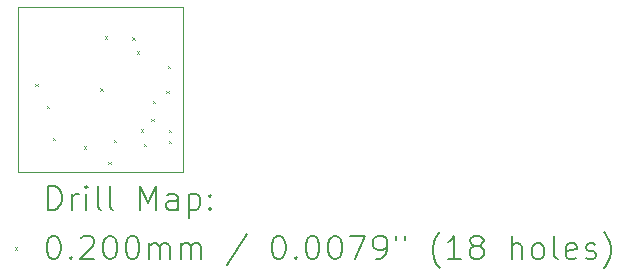
<source format=gbr>
%TF.GenerationSoftware,KiCad,Pcbnew,7.0.6*%
%TF.CreationDate,2024-02-16T19:59:31+01:00*%
%TF.ProjectId,minitari,6d696e69-7461-4726-992e-6b696361645f,rev?*%
%TF.SameCoordinates,Original*%
%TF.FileFunction,Drillmap*%
%TF.FilePolarity,Positive*%
%FSLAX45Y45*%
G04 Gerber Fmt 4.5, Leading zero omitted, Abs format (unit mm)*
G04 Created by KiCad (PCBNEW 7.0.6) date 2024-02-16 19:59:31*
%MOMM*%
%LPD*%
G01*
G04 APERTURE LIST*
%ADD10C,0.100000*%
%ADD11C,0.200000*%
%ADD12C,0.020000*%
G04 APERTURE END LIST*
D10*
X11234298Y-6440000D02*
X12634298Y-6440000D01*
X12634298Y-7840000D01*
X11234298Y-7840000D01*
X11234298Y-6440000D01*
D11*
D12*
X11380000Y-7090000D02*
X11400000Y-7110000D01*
X11400000Y-7090000D02*
X11380000Y-7110000D01*
X11480000Y-7280000D02*
X11500000Y-7300000D01*
X11500000Y-7280000D02*
X11480000Y-7300000D01*
X11530000Y-7550000D02*
X11550000Y-7570000D01*
X11550000Y-7550000D02*
X11530000Y-7570000D01*
X11790000Y-7620000D02*
X11810000Y-7640000D01*
X11810000Y-7620000D02*
X11790000Y-7640000D01*
X11930000Y-7130000D02*
X11950000Y-7150000D01*
X11950000Y-7130000D02*
X11930000Y-7150000D01*
X11970000Y-6690000D02*
X11990000Y-6710000D01*
X11990000Y-6690000D02*
X11970000Y-6710000D01*
X12000000Y-7750000D02*
X12020000Y-7770000D01*
X12020000Y-7750000D02*
X12000000Y-7770000D01*
X12045807Y-7565807D02*
X12065807Y-7585807D01*
X12065807Y-7565807D02*
X12045807Y-7585807D01*
X12202399Y-6696972D02*
X12222399Y-6716972D01*
X12222399Y-6696972D02*
X12202399Y-6716972D01*
X12240000Y-6817550D02*
X12260000Y-6837550D01*
X12260000Y-6817550D02*
X12240000Y-6837550D01*
X12276482Y-7476482D02*
X12296482Y-7496482D01*
X12296482Y-7476482D02*
X12276482Y-7496482D01*
X12300000Y-7600000D02*
X12320000Y-7620000D01*
X12320000Y-7600000D02*
X12300000Y-7620000D01*
X12361615Y-7390111D02*
X12381615Y-7410111D01*
X12381615Y-7390111D02*
X12361615Y-7410111D01*
X12377010Y-7234664D02*
X12397010Y-7254664D01*
X12397010Y-7234664D02*
X12377010Y-7254664D01*
X12490000Y-7150000D02*
X12510000Y-7170000D01*
X12510000Y-7150000D02*
X12490000Y-7170000D01*
X12501000Y-6940000D02*
X12521000Y-6960000D01*
X12521000Y-6940000D02*
X12501000Y-6960000D01*
X12510000Y-7480000D02*
X12530000Y-7500000D01*
X12530000Y-7480000D02*
X12510000Y-7500000D01*
X12510050Y-7576354D02*
X12530050Y-7596354D01*
X12530050Y-7576354D02*
X12510050Y-7596354D01*
D11*
X11490074Y-8156484D02*
X11490074Y-7956484D01*
X11490074Y-7956484D02*
X11537693Y-7956484D01*
X11537693Y-7956484D02*
X11566265Y-7966008D01*
X11566265Y-7966008D02*
X11585312Y-7985055D01*
X11585312Y-7985055D02*
X11594836Y-8004103D01*
X11594836Y-8004103D02*
X11604360Y-8042198D01*
X11604360Y-8042198D02*
X11604360Y-8070769D01*
X11604360Y-8070769D02*
X11594836Y-8108865D01*
X11594836Y-8108865D02*
X11585312Y-8127912D01*
X11585312Y-8127912D02*
X11566265Y-8146960D01*
X11566265Y-8146960D02*
X11537693Y-8156484D01*
X11537693Y-8156484D02*
X11490074Y-8156484D01*
X11690074Y-8156484D02*
X11690074Y-8023150D01*
X11690074Y-8061246D02*
X11699598Y-8042198D01*
X11699598Y-8042198D02*
X11709122Y-8032674D01*
X11709122Y-8032674D02*
X11728170Y-8023150D01*
X11728170Y-8023150D02*
X11747217Y-8023150D01*
X11813884Y-8156484D02*
X11813884Y-8023150D01*
X11813884Y-7956484D02*
X11804360Y-7966008D01*
X11804360Y-7966008D02*
X11813884Y-7975531D01*
X11813884Y-7975531D02*
X11823408Y-7966008D01*
X11823408Y-7966008D02*
X11813884Y-7956484D01*
X11813884Y-7956484D02*
X11813884Y-7975531D01*
X11937693Y-8156484D02*
X11918646Y-8146960D01*
X11918646Y-8146960D02*
X11909122Y-8127912D01*
X11909122Y-8127912D02*
X11909122Y-7956484D01*
X12042455Y-8156484D02*
X12023408Y-8146960D01*
X12023408Y-8146960D02*
X12013884Y-8127912D01*
X12013884Y-8127912D02*
X12013884Y-7956484D01*
X12271027Y-8156484D02*
X12271027Y-7956484D01*
X12271027Y-7956484D02*
X12337693Y-8099341D01*
X12337693Y-8099341D02*
X12404360Y-7956484D01*
X12404360Y-7956484D02*
X12404360Y-8156484D01*
X12585312Y-8156484D02*
X12585312Y-8051722D01*
X12585312Y-8051722D02*
X12575789Y-8032674D01*
X12575789Y-8032674D02*
X12556741Y-8023150D01*
X12556741Y-8023150D02*
X12518646Y-8023150D01*
X12518646Y-8023150D02*
X12499598Y-8032674D01*
X12585312Y-8146960D02*
X12566265Y-8156484D01*
X12566265Y-8156484D02*
X12518646Y-8156484D01*
X12518646Y-8156484D02*
X12499598Y-8146960D01*
X12499598Y-8146960D02*
X12490074Y-8127912D01*
X12490074Y-8127912D02*
X12490074Y-8108865D01*
X12490074Y-8108865D02*
X12499598Y-8089817D01*
X12499598Y-8089817D02*
X12518646Y-8080293D01*
X12518646Y-8080293D02*
X12566265Y-8080293D01*
X12566265Y-8080293D02*
X12585312Y-8070769D01*
X12680551Y-8023150D02*
X12680551Y-8223150D01*
X12680551Y-8032674D02*
X12699598Y-8023150D01*
X12699598Y-8023150D02*
X12737693Y-8023150D01*
X12737693Y-8023150D02*
X12756741Y-8032674D01*
X12756741Y-8032674D02*
X12766265Y-8042198D01*
X12766265Y-8042198D02*
X12775789Y-8061246D01*
X12775789Y-8061246D02*
X12775789Y-8118388D01*
X12775789Y-8118388D02*
X12766265Y-8137436D01*
X12766265Y-8137436D02*
X12756741Y-8146960D01*
X12756741Y-8146960D02*
X12737693Y-8156484D01*
X12737693Y-8156484D02*
X12699598Y-8156484D01*
X12699598Y-8156484D02*
X12680551Y-8146960D01*
X12861503Y-8137436D02*
X12871027Y-8146960D01*
X12871027Y-8146960D02*
X12861503Y-8156484D01*
X12861503Y-8156484D02*
X12851979Y-8146960D01*
X12851979Y-8146960D02*
X12861503Y-8137436D01*
X12861503Y-8137436D02*
X12861503Y-8156484D01*
X12861503Y-8032674D02*
X12871027Y-8042198D01*
X12871027Y-8042198D02*
X12861503Y-8051722D01*
X12861503Y-8051722D02*
X12851979Y-8042198D01*
X12851979Y-8042198D02*
X12861503Y-8032674D01*
X12861503Y-8032674D02*
X12861503Y-8051722D01*
D12*
X11209298Y-8475000D02*
X11229298Y-8495000D01*
X11229298Y-8475000D02*
X11209298Y-8495000D01*
D11*
X11528170Y-8376484D02*
X11547217Y-8376484D01*
X11547217Y-8376484D02*
X11566265Y-8386008D01*
X11566265Y-8386008D02*
X11575789Y-8395531D01*
X11575789Y-8395531D02*
X11585312Y-8414579D01*
X11585312Y-8414579D02*
X11594836Y-8452674D01*
X11594836Y-8452674D02*
X11594836Y-8500293D01*
X11594836Y-8500293D02*
X11585312Y-8538389D01*
X11585312Y-8538389D02*
X11575789Y-8557436D01*
X11575789Y-8557436D02*
X11566265Y-8566960D01*
X11566265Y-8566960D02*
X11547217Y-8576484D01*
X11547217Y-8576484D02*
X11528170Y-8576484D01*
X11528170Y-8576484D02*
X11509122Y-8566960D01*
X11509122Y-8566960D02*
X11499598Y-8557436D01*
X11499598Y-8557436D02*
X11490074Y-8538389D01*
X11490074Y-8538389D02*
X11480551Y-8500293D01*
X11480551Y-8500293D02*
X11480551Y-8452674D01*
X11480551Y-8452674D02*
X11490074Y-8414579D01*
X11490074Y-8414579D02*
X11499598Y-8395531D01*
X11499598Y-8395531D02*
X11509122Y-8386008D01*
X11509122Y-8386008D02*
X11528170Y-8376484D01*
X11680551Y-8557436D02*
X11690074Y-8566960D01*
X11690074Y-8566960D02*
X11680551Y-8576484D01*
X11680551Y-8576484D02*
X11671027Y-8566960D01*
X11671027Y-8566960D02*
X11680551Y-8557436D01*
X11680551Y-8557436D02*
X11680551Y-8576484D01*
X11766265Y-8395531D02*
X11775789Y-8386008D01*
X11775789Y-8386008D02*
X11794836Y-8376484D01*
X11794836Y-8376484D02*
X11842455Y-8376484D01*
X11842455Y-8376484D02*
X11861503Y-8386008D01*
X11861503Y-8386008D02*
X11871027Y-8395531D01*
X11871027Y-8395531D02*
X11880551Y-8414579D01*
X11880551Y-8414579D02*
X11880551Y-8433627D01*
X11880551Y-8433627D02*
X11871027Y-8462198D01*
X11871027Y-8462198D02*
X11756741Y-8576484D01*
X11756741Y-8576484D02*
X11880551Y-8576484D01*
X12004360Y-8376484D02*
X12023408Y-8376484D01*
X12023408Y-8376484D02*
X12042455Y-8386008D01*
X12042455Y-8386008D02*
X12051979Y-8395531D01*
X12051979Y-8395531D02*
X12061503Y-8414579D01*
X12061503Y-8414579D02*
X12071027Y-8452674D01*
X12071027Y-8452674D02*
X12071027Y-8500293D01*
X12071027Y-8500293D02*
X12061503Y-8538389D01*
X12061503Y-8538389D02*
X12051979Y-8557436D01*
X12051979Y-8557436D02*
X12042455Y-8566960D01*
X12042455Y-8566960D02*
X12023408Y-8576484D01*
X12023408Y-8576484D02*
X12004360Y-8576484D01*
X12004360Y-8576484D02*
X11985312Y-8566960D01*
X11985312Y-8566960D02*
X11975789Y-8557436D01*
X11975789Y-8557436D02*
X11966265Y-8538389D01*
X11966265Y-8538389D02*
X11956741Y-8500293D01*
X11956741Y-8500293D02*
X11956741Y-8452674D01*
X11956741Y-8452674D02*
X11966265Y-8414579D01*
X11966265Y-8414579D02*
X11975789Y-8395531D01*
X11975789Y-8395531D02*
X11985312Y-8386008D01*
X11985312Y-8386008D02*
X12004360Y-8376484D01*
X12194836Y-8376484D02*
X12213884Y-8376484D01*
X12213884Y-8376484D02*
X12232932Y-8386008D01*
X12232932Y-8386008D02*
X12242455Y-8395531D01*
X12242455Y-8395531D02*
X12251979Y-8414579D01*
X12251979Y-8414579D02*
X12261503Y-8452674D01*
X12261503Y-8452674D02*
X12261503Y-8500293D01*
X12261503Y-8500293D02*
X12251979Y-8538389D01*
X12251979Y-8538389D02*
X12242455Y-8557436D01*
X12242455Y-8557436D02*
X12232932Y-8566960D01*
X12232932Y-8566960D02*
X12213884Y-8576484D01*
X12213884Y-8576484D02*
X12194836Y-8576484D01*
X12194836Y-8576484D02*
X12175789Y-8566960D01*
X12175789Y-8566960D02*
X12166265Y-8557436D01*
X12166265Y-8557436D02*
X12156741Y-8538389D01*
X12156741Y-8538389D02*
X12147217Y-8500293D01*
X12147217Y-8500293D02*
X12147217Y-8452674D01*
X12147217Y-8452674D02*
X12156741Y-8414579D01*
X12156741Y-8414579D02*
X12166265Y-8395531D01*
X12166265Y-8395531D02*
X12175789Y-8386008D01*
X12175789Y-8386008D02*
X12194836Y-8376484D01*
X12347217Y-8576484D02*
X12347217Y-8443150D01*
X12347217Y-8462198D02*
X12356741Y-8452674D01*
X12356741Y-8452674D02*
X12375789Y-8443150D01*
X12375789Y-8443150D02*
X12404360Y-8443150D01*
X12404360Y-8443150D02*
X12423408Y-8452674D01*
X12423408Y-8452674D02*
X12432932Y-8471722D01*
X12432932Y-8471722D02*
X12432932Y-8576484D01*
X12432932Y-8471722D02*
X12442455Y-8452674D01*
X12442455Y-8452674D02*
X12461503Y-8443150D01*
X12461503Y-8443150D02*
X12490074Y-8443150D01*
X12490074Y-8443150D02*
X12509122Y-8452674D01*
X12509122Y-8452674D02*
X12518646Y-8471722D01*
X12518646Y-8471722D02*
X12518646Y-8576484D01*
X12613884Y-8576484D02*
X12613884Y-8443150D01*
X12613884Y-8462198D02*
X12623408Y-8452674D01*
X12623408Y-8452674D02*
X12642455Y-8443150D01*
X12642455Y-8443150D02*
X12671027Y-8443150D01*
X12671027Y-8443150D02*
X12690074Y-8452674D01*
X12690074Y-8452674D02*
X12699598Y-8471722D01*
X12699598Y-8471722D02*
X12699598Y-8576484D01*
X12699598Y-8471722D02*
X12709122Y-8452674D01*
X12709122Y-8452674D02*
X12728170Y-8443150D01*
X12728170Y-8443150D02*
X12756741Y-8443150D01*
X12756741Y-8443150D02*
X12775789Y-8452674D01*
X12775789Y-8452674D02*
X12785313Y-8471722D01*
X12785313Y-8471722D02*
X12785313Y-8576484D01*
X13175789Y-8366960D02*
X13004360Y-8624103D01*
X13432932Y-8376484D02*
X13451979Y-8376484D01*
X13451979Y-8376484D02*
X13471027Y-8386008D01*
X13471027Y-8386008D02*
X13480551Y-8395531D01*
X13480551Y-8395531D02*
X13490075Y-8414579D01*
X13490075Y-8414579D02*
X13499598Y-8452674D01*
X13499598Y-8452674D02*
X13499598Y-8500293D01*
X13499598Y-8500293D02*
X13490075Y-8538389D01*
X13490075Y-8538389D02*
X13480551Y-8557436D01*
X13480551Y-8557436D02*
X13471027Y-8566960D01*
X13471027Y-8566960D02*
X13451979Y-8576484D01*
X13451979Y-8576484D02*
X13432932Y-8576484D01*
X13432932Y-8576484D02*
X13413884Y-8566960D01*
X13413884Y-8566960D02*
X13404360Y-8557436D01*
X13404360Y-8557436D02*
X13394836Y-8538389D01*
X13394836Y-8538389D02*
X13385313Y-8500293D01*
X13385313Y-8500293D02*
X13385313Y-8452674D01*
X13385313Y-8452674D02*
X13394836Y-8414579D01*
X13394836Y-8414579D02*
X13404360Y-8395531D01*
X13404360Y-8395531D02*
X13413884Y-8386008D01*
X13413884Y-8386008D02*
X13432932Y-8376484D01*
X13585313Y-8557436D02*
X13594836Y-8566960D01*
X13594836Y-8566960D02*
X13585313Y-8576484D01*
X13585313Y-8576484D02*
X13575789Y-8566960D01*
X13575789Y-8566960D02*
X13585313Y-8557436D01*
X13585313Y-8557436D02*
X13585313Y-8576484D01*
X13718646Y-8376484D02*
X13737694Y-8376484D01*
X13737694Y-8376484D02*
X13756741Y-8386008D01*
X13756741Y-8386008D02*
X13766265Y-8395531D01*
X13766265Y-8395531D02*
X13775789Y-8414579D01*
X13775789Y-8414579D02*
X13785313Y-8452674D01*
X13785313Y-8452674D02*
X13785313Y-8500293D01*
X13785313Y-8500293D02*
X13775789Y-8538389D01*
X13775789Y-8538389D02*
X13766265Y-8557436D01*
X13766265Y-8557436D02*
X13756741Y-8566960D01*
X13756741Y-8566960D02*
X13737694Y-8576484D01*
X13737694Y-8576484D02*
X13718646Y-8576484D01*
X13718646Y-8576484D02*
X13699598Y-8566960D01*
X13699598Y-8566960D02*
X13690075Y-8557436D01*
X13690075Y-8557436D02*
X13680551Y-8538389D01*
X13680551Y-8538389D02*
X13671027Y-8500293D01*
X13671027Y-8500293D02*
X13671027Y-8452674D01*
X13671027Y-8452674D02*
X13680551Y-8414579D01*
X13680551Y-8414579D02*
X13690075Y-8395531D01*
X13690075Y-8395531D02*
X13699598Y-8386008D01*
X13699598Y-8386008D02*
X13718646Y-8376484D01*
X13909122Y-8376484D02*
X13928170Y-8376484D01*
X13928170Y-8376484D02*
X13947217Y-8386008D01*
X13947217Y-8386008D02*
X13956741Y-8395531D01*
X13956741Y-8395531D02*
X13966265Y-8414579D01*
X13966265Y-8414579D02*
X13975789Y-8452674D01*
X13975789Y-8452674D02*
X13975789Y-8500293D01*
X13975789Y-8500293D02*
X13966265Y-8538389D01*
X13966265Y-8538389D02*
X13956741Y-8557436D01*
X13956741Y-8557436D02*
X13947217Y-8566960D01*
X13947217Y-8566960D02*
X13928170Y-8576484D01*
X13928170Y-8576484D02*
X13909122Y-8576484D01*
X13909122Y-8576484D02*
X13890075Y-8566960D01*
X13890075Y-8566960D02*
X13880551Y-8557436D01*
X13880551Y-8557436D02*
X13871027Y-8538389D01*
X13871027Y-8538389D02*
X13861503Y-8500293D01*
X13861503Y-8500293D02*
X13861503Y-8452674D01*
X13861503Y-8452674D02*
X13871027Y-8414579D01*
X13871027Y-8414579D02*
X13880551Y-8395531D01*
X13880551Y-8395531D02*
X13890075Y-8386008D01*
X13890075Y-8386008D02*
X13909122Y-8376484D01*
X14042456Y-8376484D02*
X14175789Y-8376484D01*
X14175789Y-8376484D02*
X14090075Y-8576484D01*
X14261503Y-8576484D02*
X14299598Y-8576484D01*
X14299598Y-8576484D02*
X14318646Y-8566960D01*
X14318646Y-8566960D02*
X14328170Y-8557436D01*
X14328170Y-8557436D02*
X14347217Y-8528865D01*
X14347217Y-8528865D02*
X14356741Y-8490770D01*
X14356741Y-8490770D02*
X14356741Y-8414579D01*
X14356741Y-8414579D02*
X14347217Y-8395531D01*
X14347217Y-8395531D02*
X14337694Y-8386008D01*
X14337694Y-8386008D02*
X14318646Y-8376484D01*
X14318646Y-8376484D02*
X14280551Y-8376484D01*
X14280551Y-8376484D02*
X14261503Y-8386008D01*
X14261503Y-8386008D02*
X14251979Y-8395531D01*
X14251979Y-8395531D02*
X14242456Y-8414579D01*
X14242456Y-8414579D02*
X14242456Y-8462198D01*
X14242456Y-8462198D02*
X14251979Y-8481246D01*
X14251979Y-8481246D02*
X14261503Y-8490770D01*
X14261503Y-8490770D02*
X14280551Y-8500293D01*
X14280551Y-8500293D02*
X14318646Y-8500293D01*
X14318646Y-8500293D02*
X14337694Y-8490770D01*
X14337694Y-8490770D02*
X14347217Y-8481246D01*
X14347217Y-8481246D02*
X14356741Y-8462198D01*
X14432932Y-8376484D02*
X14432932Y-8414579D01*
X14509122Y-8376484D02*
X14509122Y-8414579D01*
X14804360Y-8652674D02*
X14794837Y-8643150D01*
X14794837Y-8643150D02*
X14775789Y-8614579D01*
X14775789Y-8614579D02*
X14766265Y-8595531D01*
X14766265Y-8595531D02*
X14756741Y-8566960D01*
X14756741Y-8566960D02*
X14747218Y-8519341D01*
X14747218Y-8519341D02*
X14747218Y-8481246D01*
X14747218Y-8481246D02*
X14756741Y-8433627D01*
X14756741Y-8433627D02*
X14766265Y-8405055D01*
X14766265Y-8405055D02*
X14775789Y-8386008D01*
X14775789Y-8386008D02*
X14794837Y-8357436D01*
X14794837Y-8357436D02*
X14804360Y-8347912D01*
X14985313Y-8576484D02*
X14871027Y-8576484D01*
X14928170Y-8576484D02*
X14928170Y-8376484D01*
X14928170Y-8376484D02*
X14909122Y-8405055D01*
X14909122Y-8405055D02*
X14890075Y-8424103D01*
X14890075Y-8424103D02*
X14871027Y-8433627D01*
X15099598Y-8462198D02*
X15080551Y-8452674D01*
X15080551Y-8452674D02*
X15071027Y-8443150D01*
X15071027Y-8443150D02*
X15061503Y-8424103D01*
X15061503Y-8424103D02*
X15061503Y-8414579D01*
X15061503Y-8414579D02*
X15071027Y-8395531D01*
X15071027Y-8395531D02*
X15080551Y-8386008D01*
X15080551Y-8386008D02*
X15099598Y-8376484D01*
X15099598Y-8376484D02*
X15137694Y-8376484D01*
X15137694Y-8376484D02*
X15156741Y-8386008D01*
X15156741Y-8386008D02*
X15166265Y-8395531D01*
X15166265Y-8395531D02*
X15175789Y-8414579D01*
X15175789Y-8414579D02*
X15175789Y-8424103D01*
X15175789Y-8424103D02*
X15166265Y-8443150D01*
X15166265Y-8443150D02*
X15156741Y-8452674D01*
X15156741Y-8452674D02*
X15137694Y-8462198D01*
X15137694Y-8462198D02*
X15099598Y-8462198D01*
X15099598Y-8462198D02*
X15080551Y-8471722D01*
X15080551Y-8471722D02*
X15071027Y-8481246D01*
X15071027Y-8481246D02*
X15061503Y-8500293D01*
X15061503Y-8500293D02*
X15061503Y-8538389D01*
X15061503Y-8538389D02*
X15071027Y-8557436D01*
X15071027Y-8557436D02*
X15080551Y-8566960D01*
X15080551Y-8566960D02*
X15099598Y-8576484D01*
X15099598Y-8576484D02*
X15137694Y-8576484D01*
X15137694Y-8576484D02*
X15156741Y-8566960D01*
X15156741Y-8566960D02*
X15166265Y-8557436D01*
X15166265Y-8557436D02*
X15175789Y-8538389D01*
X15175789Y-8538389D02*
X15175789Y-8500293D01*
X15175789Y-8500293D02*
X15166265Y-8481246D01*
X15166265Y-8481246D02*
X15156741Y-8471722D01*
X15156741Y-8471722D02*
X15137694Y-8462198D01*
X15413884Y-8576484D02*
X15413884Y-8376484D01*
X15499599Y-8576484D02*
X15499599Y-8471722D01*
X15499599Y-8471722D02*
X15490075Y-8452674D01*
X15490075Y-8452674D02*
X15471027Y-8443150D01*
X15471027Y-8443150D02*
X15442456Y-8443150D01*
X15442456Y-8443150D02*
X15423408Y-8452674D01*
X15423408Y-8452674D02*
X15413884Y-8462198D01*
X15623408Y-8576484D02*
X15604360Y-8566960D01*
X15604360Y-8566960D02*
X15594837Y-8557436D01*
X15594837Y-8557436D02*
X15585313Y-8538389D01*
X15585313Y-8538389D02*
X15585313Y-8481246D01*
X15585313Y-8481246D02*
X15594837Y-8462198D01*
X15594837Y-8462198D02*
X15604360Y-8452674D01*
X15604360Y-8452674D02*
X15623408Y-8443150D01*
X15623408Y-8443150D02*
X15651980Y-8443150D01*
X15651980Y-8443150D02*
X15671027Y-8452674D01*
X15671027Y-8452674D02*
X15680551Y-8462198D01*
X15680551Y-8462198D02*
X15690075Y-8481246D01*
X15690075Y-8481246D02*
X15690075Y-8538389D01*
X15690075Y-8538389D02*
X15680551Y-8557436D01*
X15680551Y-8557436D02*
X15671027Y-8566960D01*
X15671027Y-8566960D02*
X15651980Y-8576484D01*
X15651980Y-8576484D02*
X15623408Y-8576484D01*
X15804360Y-8576484D02*
X15785313Y-8566960D01*
X15785313Y-8566960D02*
X15775789Y-8547912D01*
X15775789Y-8547912D02*
X15775789Y-8376484D01*
X15956741Y-8566960D02*
X15937694Y-8576484D01*
X15937694Y-8576484D02*
X15899599Y-8576484D01*
X15899599Y-8576484D02*
X15880551Y-8566960D01*
X15880551Y-8566960D02*
X15871027Y-8547912D01*
X15871027Y-8547912D02*
X15871027Y-8471722D01*
X15871027Y-8471722D02*
X15880551Y-8452674D01*
X15880551Y-8452674D02*
X15899599Y-8443150D01*
X15899599Y-8443150D02*
X15937694Y-8443150D01*
X15937694Y-8443150D02*
X15956741Y-8452674D01*
X15956741Y-8452674D02*
X15966265Y-8471722D01*
X15966265Y-8471722D02*
X15966265Y-8490770D01*
X15966265Y-8490770D02*
X15871027Y-8509817D01*
X16042456Y-8566960D02*
X16061503Y-8576484D01*
X16061503Y-8576484D02*
X16099599Y-8576484D01*
X16099599Y-8576484D02*
X16118646Y-8566960D01*
X16118646Y-8566960D02*
X16128170Y-8547912D01*
X16128170Y-8547912D02*
X16128170Y-8538389D01*
X16128170Y-8538389D02*
X16118646Y-8519341D01*
X16118646Y-8519341D02*
X16099599Y-8509817D01*
X16099599Y-8509817D02*
X16071027Y-8509817D01*
X16071027Y-8509817D02*
X16051980Y-8500293D01*
X16051980Y-8500293D02*
X16042456Y-8481246D01*
X16042456Y-8481246D02*
X16042456Y-8471722D01*
X16042456Y-8471722D02*
X16051980Y-8452674D01*
X16051980Y-8452674D02*
X16071027Y-8443150D01*
X16071027Y-8443150D02*
X16099599Y-8443150D01*
X16099599Y-8443150D02*
X16118646Y-8452674D01*
X16194837Y-8652674D02*
X16204361Y-8643150D01*
X16204361Y-8643150D02*
X16223408Y-8614579D01*
X16223408Y-8614579D02*
X16232932Y-8595531D01*
X16232932Y-8595531D02*
X16242456Y-8566960D01*
X16242456Y-8566960D02*
X16251980Y-8519341D01*
X16251980Y-8519341D02*
X16251980Y-8481246D01*
X16251980Y-8481246D02*
X16242456Y-8433627D01*
X16242456Y-8433627D02*
X16232932Y-8405055D01*
X16232932Y-8405055D02*
X16223408Y-8386008D01*
X16223408Y-8386008D02*
X16204361Y-8357436D01*
X16204361Y-8357436D02*
X16194837Y-8347912D01*
M02*

</source>
